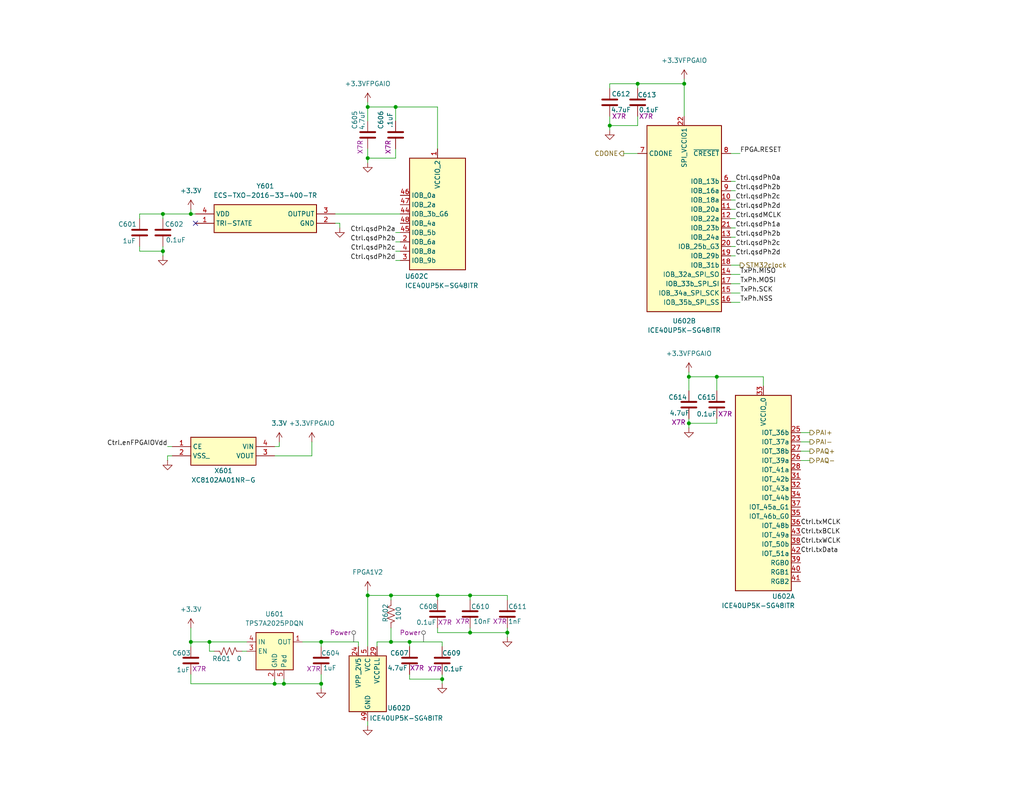
<source format=kicad_sch>
(kicad_sch (version 20250114) (generator "eeschema") (generator_version "9.0")
  (paper "USLetter")
  (title_block (title "FPGA") (date "2025-10-13") (company "WB7NAB") (comment 1 "Alan Mimms"))
  (lib_symbols
    (symbol "Device:C" (pin_numbers (hide yes)) (pin_names (offset 0.254))
      (property "Reference" "C" (at 0.635 2.54 0))
      (property "Value" "C" (at 0.635 -2.54 0))
      (symbol "C_0_1"
        (polyline (pts (xy -2.032 0.762) (xy 2.032 0.762)) (stroke (width 0.508)))
        (polyline (pts (xy -2.032 -0.762) (xy 2.032 -0.762)) (stroke (width 0.508)))
      )
      (symbol "C_1_1"
        (pin passive line (at 0 3.81 270) (length 2.794) (name "~") (number "1"))
        (pin passive line (at 0 -3.81 90) (length 2.794) (name "~") (number "2"))
      )
    )
    (symbol "Device:R_US" (pin_numbers (hide yes)) (pin_names (offset 0))
      (property "Reference" "R" (at 2.54 0 90))
      (property "Value" "R_US" (at -2.54 0 90))
      (symbol "R_US_0_1"
        (polyline (pts (xy 0 2.286) (xy 0 2.54)))
        (polyline (pts (xy 0 2.286) (xy 1.016 1.905) (xy 0 1.524) (xy -1.016 1.143) (xy 0 0.762)))
        (polyline (pts (xy 0 0.762) (xy 1.016 0.381) (xy 0 0) (xy -1.016 -0.381) (xy 0 -0.762)))
        (polyline (pts (xy 0 -0.762) (xy 1.016 -1.143) (xy 0 -1.524) (xy -1.016 -1.905) (xy 0 -2.286)))
        (polyline (pts (xy 0 -2.286) (xy 0 -2.54)))
      )
      (symbol "R_US_1_1"
        (pin passive line (at 0 3.81 270) (length 1.27) (name "~") (number "1"))
        (pin passive line (at 0 -3.81 90) (length 1.27) (name "~") (number "2"))
      )
    )
    (symbol "ECS-TXO-2016-33-400-TR:ECS-TXO-2016-33-400-TR"
      (property "Reference" "Y" (at 34.29 7.62 0))
      (property "Value" "ECS-TXO-2016-33-400-TR" (at 34.29 5.08 0))
      (symbol "ECS-TXO-2016-33-400-TR_1_1"
        (rectangle (start 5.08 2.54) (end 33.02 -5.08) (stroke (width 0.254)) (fill (type background)))
        (pin passive line (at 0 0 0) (length 5.08) (name "VDD") (number "4"))
        (pin passive line (at 0 -2.54 0) (length 5.08) (name "TRI-STATE") (number "1"))
        (pin passive line (at 38.1 0 180) (length 5.08) (name "OUTPUT") (number "3"))
        (pin passive line (at 38.1 -2.54 180) (length 5.08) (name "GND") (number "2"))
      )
    )
    (symbol "FPGA_Lattice:ICE40UP5K-SG48ITR"
      (property "Reference" "U" (at -8.89 -29.21 0))
      (property "Value" "ICE40UP5K-SG48ITR" (at 0 -31.75 0))
      (symbol "ICE40UP5K-SG48ITR_1_1"
        (rectangle (start -7.62 25.4) (end 7.62 -27.94) (stroke (width 0.254)) (fill (type background)))
        (pin bidirectional line (at -10.16 15.24 0) (length 2.54) (name "IOT_36b") (number "25"))
        (pin bidirectional line (at -10.16 12.7 0) (length 2.54) (name "IOT_37a") (number "23"))
        (pin bidirectional line (at -10.16 10.16 0) (length 2.54) (name "IOT_38b") (number "27"))
        (pin bidirectional line (at -10.16 7.62 0) (length 2.54) (name "IOT_39a") (number "26"))
        (pin bidirectional line (at -10.16 5.08 0) (length 2.54) (name "IOT_41a") (number "28"))
        (pin bidirectional line (at -10.16 2.54 0) (length 2.54) (name "IOT_42b") (number "31"))
        (pin bidirectional line (at -10.16 0 0) (length 2.54) (name "IOT_43a") (number "32"))
        (pin bidirectional line (at -10.16 -2.54 0) (length 2.54) (name "IOT_44b") (number "34"))
        (pin bidirectional line (at -10.16 -5.08 0) (length 2.54) (name "IOT_45a_G1") (number "37"))
        (pin bidirectional line (at -10.16 -7.62 0) (length 2.54) (name "IOT_46b_G0") (number "35"))
        (pin bidirectional line (at -10.16 -10.16 0) (length 2.54) (name "IOT_48b") (number "36"))
        (pin bidirectional line (at -10.16 -12.7 0) (length 2.54) (name "IOT_49a") (number "43"))
        (pin bidirectional line (at -10.16 -15.24 0) (length 2.54) (name "IOT_50b") (number "38"))
        (pin bidirectional line (at -10.16 -17.78 0) (length 2.54) (name "IOT_51a") (number "42"))
        (pin open_collector line (at -10.16 -20.32 0) (length 2.54) (name "RGB0") (number "39"))
        (pin open_collector line (at -10.16 -22.86 0) (length 2.54) (name "RGB1") (number "40"))
        (pin open_collector line (at -10.16 -25.4 0) (length 2.54) (name "RGB2") (number "41"))
        (pin power_in line (at 0 27.94 270) (length 2.54) (name "VCCIO_0") (number "33"))
      )
      (symbol "ICE40UP5K-SG48ITR_2_1"
        (rectangle (start -10.16 25.4) (end 10.16 -25.4) (stroke (width 0.254)) (fill (type background)))
        (pin input line (at -12.7 17.78 0) (length 2.54) (name "~{CRESET}") (number "8"))
        (pin bidirectional line (at -12.7 10.16 0) (length 2.54) (name "IOB_13b") (number "6"))
        (pin bidirectional line (at -12.7 7.62 0) (length 2.54) (name "IOB_16a") (number "9"))
        (pin bidirectional line (at -12.7 5.08 0) (length 2.54) (name "IOB_18a") (number "10"))
        (pin bidirectional line (at -12.7 2.54 0) (length 2.54) (name "IOB_20a") (number "11"))
        (pin bidirectional line (at -12.7 0 0) (length 2.54) (name "IOB_22a") (number "12"))
        (pin bidirectional line (at -12.7 -2.54 0) (length 2.54) (name "IOB_23b") (number "21"))
        (pin bidirectional line (at -12.7 -5.08 0) (length 2.54) (name "IOB_24a") (number "13"))
        (pin bidirectional line (at -12.7 -7.62 0) (length 2.54) (name "IOB_25b_G3") (number "20"))
        (pin bidirectional line (at -12.7 -10.16 0) (length 2.54) (name "IOB_29b") (number "19"))
        (pin bidirectional line (at -12.7 -12.7 0) (length 2.54) (name "IOB_31b") (number "18"))
        (pin bidirectional line (at -12.7 -15.24 0) (length 2.54) (name "IOB_32a_SPI_SO") (number "14"))
        (pin bidirectional line (at -12.7 -17.78 0) (length 2.54) (name "IOB_33b_SPI_SI") (number "17"))
        (pin bidirectional line (at -12.7 -20.32 0) (length 2.54) (name "IOB_34a_SPI_SCK") (number "15"))
        (pin bidirectional line (at -12.7 -22.86 0) (length 2.54) (name "IOB_35b_SPI_SS") (number "16"))
        (pin power_in line (at 0 27.94 270) (length 2.54) (name "SPI_VCCIO1") (number "22"))
        (pin open_collector line (at 12.7 17.78 180) (length 2.54) (name "CDONE") (number "7"))
      )
      (symbol "ICE40UP5K-SG48ITR_3_1"
        (rectangle (start -7.62 15.24) (end 7.62 -15.24) (stroke (width 0.254)) (fill (type background)))
        (pin bidirectional line (at -10.16 5.08 0) (length 2.54) (name "IOB_0a") (number "46"))
        (pin bidirectional line (at -10.16 2.54 0) (length 2.54) (name "IOB_2a") (number "47"))
        (pin bidirectional line (at -10.16 0 0) (length 2.54) (name "IOB_3b_G6") (number "44"))
        (pin bidirectional line (at -10.16 -2.54 0) (length 2.54) (name "IOB_4a") (number "48"))
        (pin bidirectional line (at -10.16 -5.08 0) (length 2.54) (name "IOB_5b") (number "45"))
        (pin bidirectional line (at -10.16 -7.62 0) (length 2.54) (name "IOB_6a") (number "2"))
        (pin bidirectional line (at -10.16 -10.16 0) (length 2.54) (name "IOB_8a") (number "4"))
        (pin bidirectional line (at -10.16 -12.7 0) (length 2.54) (name "IOB_9b") (number "3"))
        (pin power_in line (at 0 17.78 270) (length 2.54) (name "VCCIO_2") (number "1"))
      )
      (symbol "ICE40UP5K-SG48ITR_4_1"
        (rectangle (start -5.08 7.62) (end 5.08 -7.62) (stroke (width 0.254)) (fill (type background)))
        (pin power_in line (at -2.54 10.16 270) (length 2.54) (name "VPP_2V5") (number "24"))
        (pin passive line (at 0 10.16 270) (length 2.54) (hide yes) (name "VCC") (number "30"))
        (pin power_in line (at 0 10.16 270) (length 2.54) (name "VCC") (number "5"))
        (pin power_in line (at 0 -10.16 90) (length 2.54) (name "GND") (number "49"))
        (pin power_out line (at 2.54 10.16 270) (length 2.54) (name "VCCPLL") (number "29"))
      )
    )
    (symbol "Regulator_Linear:TPS7A20xxxDQN"
      (property "Reference" "U" (at -3.81 6.35 0))
      (property "Value" "TPS7A20xxxDQN" (at 6.35 6.35 0))
      (symbol "TPS7A20xxxDQN_0_1"
        (rectangle (start -5.08 5.08) (end 5.08 -5.08) (stroke (width 0.254)) (fill (type background)))
        (pin power_in line (at -7.62 2.54 0) (length 2.54) (name "IN") (number "4"))
        (pin input line (at -7.62 0 0) (length 2.54) (name "EN") (number "3"))
        (pin power_in line (at 0 -7.62 90) (length 2.54) (name "GND") (number "2"))
        (pin power_out line (at 7.62 2.54 180) (length 2.54) (name "OUT") (number "1"))
      )
      (symbol "TPS7A20xxxDQN_1_1"
        (pin passive line (at 2.54 -7.62 90) (length 2.54) (name "Pad") (number "5"))
      )
    )
    (symbol "XC8102AA01NR-G:XC8102AA01NR-G"
      (property "Reference" "IC" (at 24.13 7.62 0))
      (property "Value" "XC8102AA01NR-G" (at 24.13 5.08 0))
      (symbol "XC8102AA01NR-G_1_1"
        (rectangle (start 5.08 2.54) (end 22.86 -5.08) (stroke (width 0.254)) (fill (type background)))
        (pin passive line (at 0 0 0) (length 5.08) (name "CE") (number "1"))
        (pin passive line (at 0 -2.54 0) (length 5.08) (name "VSS_") (number "2"))
        (pin passive line (at 27.94 0 180) (length 5.08) (name "VIN") (number "4"))
        (pin passive line (at 27.94 -2.54 180) (length 5.08) (name "VOUT") (number "3"))
      )
    )
    (symbol "power:+3.3V" (power) (pin_numbers (hide yes)) (pin_names (offset 0) (hide yes))
      (property "Value" "+3.3V" (at 0 3.556 0))
      (symbol "+3.3V_0_1"
        (polyline (pts (xy -0.762 1.27) (xy 0 2.54)))
        (polyline (pts (xy 0 2.54) (xy 0.762 1.27)))
        (polyline (pts (xy 0 0) (xy 0 2.54)))
      )
      (symbol "+3.3V_1_1"
        (pin power_in line (at 0 0 90) (length 0) (name "~") (number "1"))
      )
    )
    (symbol "power:GND" (power) (pin_numbers (hide yes)) (pin_names (offset 0) (hide yes))
      (property "Value" "GND" (at 0 -3.81 0))
      (symbol "GND_0_1"
        (polyline (pts (xy 0 0) (xy 0 -1.27) (xy 1.27 -1.27) (xy 0 -2.54) (xy -1.27 -1.27) (xy 0 -1.27)))
      )
      (symbol "GND_1_1"
        (pin power_in line (at 0 0 270) (length 0) (name "~") (number "1"))
      )
    )
    (symbol "power:VDD" (power) (pin_numbers (hide yes)) (pin_names (offset 0) (hide yes))
      (property "Value" "VDD" (at 0 3.556 0))
      (symbol "VDD_0_1"
        (polyline (pts (xy -0.762 1.27) (xy 0 2.54)))
        (polyline (pts (xy 0 2.54) (xy 0.762 1.27)))
        (polyline (pts (xy 0 0) (xy 0 2.54)))
      )
      (symbol "VDD_1_1"
        (pin power_in line (at 0 0 90) (length 0) (name "~") (number "1"))
      )
    )
  )
  (junction (at 107.95 29.21))
  (junction (at 52.07 175.26))
  (junction (at 187.96 102.87))
  (junction (at 186.69 22.86))
  (junction (at 44.45 58.42))
  (junction (at 52.07 58.42))
  (junction (at 74.93 186.69))
  (junction (at 100.33 29.21))
  (junction (at 100.33 43.18))
  (junction (at 173.99 22.86))
  (junction (at 100.33 162.56))
  (junction (at 106.68 162.56))
  (junction (at 166.37 34.29))
  (junction (at 195.58 102.87))
  (junction (at 187.96 115.57))
  (junction (at 128.27 162.56))
  (junction (at 106.68 175.26))
  (junction (at 87.63 186.69))
  (junction (at 128.27 172.72))
  (junction (at 87.63 175.26))
  (junction (at 120.65 185.42))
  (junction (at 111.76 175.26))
  (junction (at 57.15 175.26))
  (junction (at 77.47 186.69))
  (junction (at 138.43 172.72))
  (junction (at 44.45 68.58))
  (junction (at 119.38 162.56))
  (no_connect (at 53.34 60.96))
  (wire (pts (xy 52.07 176.53) (xy 52.07 175.26)))
  (wire (pts (xy 111.76 184.15) (xy 111.76 185.42)))
  (wire (pts (xy 200.66 57.15) (xy 199.39 57.15)))
  (wire (pts (xy 187.96 101.6) (xy 187.96 102.87)))
  (wire (pts (xy 187.96 102.87) (xy 195.58 102.87)))
  (wire (pts (xy 38.1 58.42) (xy 44.45 58.42)))
  (wire (pts (xy 128.27 162.56) (xy 119.38 162.56)))
  (wire (pts (xy 187.96 114.3) (xy 187.96 115.57)))
  (wire (pts (xy 45.72 121.92) (xy 46.99 121.92)))
  (wire (pts (xy 201.93 82.55) (xy 199.39 82.55)))
  (wire (pts (xy 45.72 124.46) (xy 46.99 124.46)))
  (wire (pts (xy 91.44 60.96) (xy 92.71 60.96)))
  (wire (pts (xy 100.33 29.21) (xy 107.95 29.21)))
  (wire (pts (xy 52.07 58.42) (xy 52.07 57.15)))
  (wire (pts (xy 208.28 102.87) (xy 208.28 105.41)))
  (wire (pts (xy 82.55 175.26) (xy 87.63 175.26)))
  (wire (pts (xy 111.76 176.53) (xy 111.76 175.26)))
  (wire (pts (xy 128.27 172.72) (xy 119.38 172.72)))
  (wire (pts (xy 100.33 43.18) (xy 107.95 43.18)))
  (wire (pts (xy 38.1 67.31) (xy 38.1 68.58)))
  (wire (pts (xy 138.43 163.83) (xy 138.43 162.56)))
  (wire (pts (xy 44.45 68.58) (xy 44.45 69.85)))
  (wire (pts (xy 199.39 59.69) (xy 200.66 59.69)))
  (wire (pts (xy 100.33 27.94) (xy 100.33 29.21)))
  (wire (pts (xy 166.37 34.29) (xy 173.99 34.29)))
  (wire (pts (xy 200.66 64.77) (xy 199.39 64.77)))
  (wire (pts (xy 201.93 80.01) (xy 199.39 80.01)))
  (wire (pts (xy 111.76 175.26) (xy 120.65 175.26)))
  (wire (pts (xy 138.43 172.72) (xy 128.27 172.72)))
  (wire (pts (xy 173.99 31.75) (xy 173.99 34.29)))
  (wire (pts (xy 187.96 115.57) (xy 187.96 116.84)))
  (wire (pts (xy 106.68 175.26) (xy 111.76 175.26)))
  (wire (pts (xy 186.69 21.59) (xy 186.69 22.86)))
  (wire (pts (xy 120.65 185.42) (xy 111.76 185.42)))
  (wire (pts (xy 166.37 34.29) (xy 166.37 35.56)))
  (wire (pts (xy 44.45 58.42) (xy 52.07 58.42)))
  (wire (pts (xy 195.58 102.87) (xy 208.28 102.87)))
  (wire (pts (xy 119.38 171.45) (xy 119.38 172.72)))
  (wire (pts (xy 107.95 29.21) (xy 107.95 33.02)))
  (wire (pts (xy 218.44 120.65) (xy 220.98 120.65)))
  (wire (pts (xy 128.27 171.45) (xy 128.27 172.72)))
  (wire (pts (xy 87.63 186.69) (xy 87.63 187.96)))
  (wire (pts (xy 85.09 120.65) (xy 85.09 124.46)))
  (wire (pts (xy 119.38 163.83) (xy 119.38 162.56)))
  (wire (pts (xy 76.2 121.92) (xy 76.2 120.65)))
  (wire (pts (xy 102.87 175.26) (xy 106.68 175.26)))
  (wire (pts (xy 74.93 185.42) (xy 74.93 186.69)))
  (wire (pts (xy 128.27 163.83) (xy 128.27 162.56)))
  (wire (pts (xy 218.44 125.73) (xy 220.98 125.73)))
  (wire (pts (xy 106.68 171.45) (xy 106.68 175.26)))
  (wire (pts (xy 91.44 58.42) (xy 109.22 58.42)))
  (wire (pts (xy 200.66 69.85) (xy 199.39 69.85)))
  (wire (pts (xy 100.33 161.29) (xy 100.33 162.56)))
  (wire (pts (xy 187.96 106.68) (xy 187.96 102.87)))
  (wire (pts (xy 52.07 58.42) (xy 53.34 58.42)))
  (wire (pts (xy 186.69 22.86) (xy 186.69 31.75)))
  (wire (pts (xy 195.58 102.87) (xy 195.58 106.68)))
  (wire (pts (xy 97.79 175.26) (xy 97.79 176.53)))
  (wire (pts (xy 200.66 54.61) (xy 199.39 54.61)))
  (wire (pts (xy 201.93 74.93) (xy 199.39 74.93)))
  (wire (pts (xy 195.58 114.3) (xy 195.58 115.57)))
  (wire (pts (xy 45.72 125.73) (xy 45.72 124.46)))
  (wire (pts (xy 100.33 196.85) (xy 100.33 198.12)))
  (wire (pts (xy 85.09 124.46) (xy 74.93 124.46)))
  (wire (pts (xy 77.47 185.42) (xy 77.47 186.69)))
  (wire (pts (xy 119.38 29.21) (xy 119.38 40.64)))
  (wire (pts (xy 218.44 118.11) (xy 220.98 118.11)))
  (wire (pts (xy 44.45 67.31) (xy 44.45 68.58)))
  (wire (pts (xy 201.93 77.47) (xy 199.39 77.47)))
  (wire (pts (xy 107.95 71.12) (xy 109.22 71.12)))
  (wire (pts (xy 173.99 22.86) (xy 173.99 24.13)))
  (wire (pts (xy 87.63 175.26) (xy 87.63 176.53)))
  (wire (pts (xy 107.95 66.04) (xy 109.22 66.04)))
  (wire (pts (xy 218.44 123.19) (xy 220.98 123.19)))
  (wire (pts (xy 92.71 60.96) (xy 92.71 62.23)))
  (wire (pts (xy 187.96 115.57) (xy 195.58 115.57)))
  (wire (pts (xy 52.07 186.69) (xy 74.93 186.69)))
  (wire (pts (xy 107.95 63.5) (xy 109.22 63.5)))
  (wire (pts (xy 58.42 177.8) (xy 57.15 177.8)))
  (wire (pts (xy 170.18 41.91) (xy 173.99 41.91)))
  (wire (pts (xy 166.37 31.75) (xy 166.37 34.29)))
  (wire (pts (xy 74.93 186.69) (xy 77.47 186.69)))
  (wire (pts (xy 102.87 175.26) (xy 102.87 176.53)))
  (wire (pts (xy 100.33 40.64) (xy 100.33 43.18)))
  (wire (pts (xy 100.33 162.56) (xy 100.33 176.53)))
  (wire (pts (xy 200.66 67.31) (xy 199.39 67.31)))
  (wire (pts (xy 107.95 68.58) (xy 109.22 68.58)))
  (wire (pts (xy 57.15 175.26) (xy 57.15 177.8)))
  (wire (pts (xy 120.65 185.42) (xy 120.65 186.69)))
  (wire (pts (xy 106.68 162.56) (xy 119.38 162.56)))
  (wire (pts (xy 166.37 22.86) (xy 166.37 24.13)))
  (wire (pts (xy 52.07 171.45) (xy 52.07 175.26)))
  (wire (pts (xy 87.63 175.26) (xy 97.79 175.26)))
  (wire (pts (xy 119.38 29.21) (xy 107.95 29.21)))
  (wire (pts (xy 186.69 22.86) (xy 173.99 22.86)))
  (wire (pts (xy 138.43 171.45) (xy 138.43 172.72)))
  (wire (pts (xy 166.37 22.86) (xy 173.99 22.86)))
  (wire (pts (xy 66.04 177.8) (xy 67.31 177.8)))
  (wire (pts (xy 87.63 184.15) (xy 87.63 186.69)))
  (wire (pts (xy 52.07 175.26) (xy 57.15 175.26)))
  (wire (pts (xy 74.93 121.92) (xy 76.2 121.92)))
  (wire (pts (xy 100.33 162.56) (xy 106.68 162.56)))
  (wire (pts (xy 200.66 62.23) (xy 199.39 62.23)))
  (wire (pts (xy 200.66 52.07) (xy 199.39 52.07)))
  (wire (pts (xy 77.47 186.69) (xy 87.63 186.69)))
  (wire (pts (xy 38.1 59.69) (xy 38.1 58.42)))
  (wire (pts (xy 52.07 186.69) (xy 52.07 184.15)))
  (wire (pts (xy 44.45 58.42) (xy 44.45 59.69)))
  (wire (pts (xy 100.33 43.18) (xy 100.33 44.45)))
  (wire (pts (xy 201.93 41.91) (xy 199.39 41.91)))
  (wire (pts (xy 138.43 172.72) (xy 138.43 173.99)))
  (wire (pts (xy 57.15 175.26) (xy 67.31 175.26)))
  (wire (pts (xy 38.1 68.58) (xy 44.45 68.58)))
  (wire (pts (xy 120.65 184.15) (xy 120.65 185.42)))
  (wire (pts (xy 200.66 49.53) (xy 199.39 49.53)))
  (wire (pts (xy 106.68 162.56) (xy 106.68 163.83)))
  (wire (pts (xy 138.43 162.56) (xy 128.27 162.56)))
  (wire (pts (xy 107.95 40.64) (xy 107.95 43.18)))
  (wire (pts (xy 199.39 72.39) (xy 201.93 72.39)))
  (wire (pts (xy 120.65 176.53) (xy 120.65 175.26)))
  (wire (pts (xy 100.33 33.02) (xy 100.33 29.21)))
  (label "Ctrl.qsdPh2d" (at 200.66 57.15 0))
  (label "Ctrl.qsdPh2d" (at 107.95 71.12 180))
  (label "Ctrl.qsdPh2b" (at 107.95 66.04 180))
  (label "Ctrl.qsdPh2c" (at 200.66 54.61 0))
  (label "Ctrl.txMCLK" (at 218.44 143.51 0))
  (label "Ctrl.qsdPh2a" (at 107.95 63.5 180))
  (label "TxPh.SCK" (at 201.93 80.01 0))
  (label "Ctrl.qsdPh2c" (at 200.66 67.31 0))
  (label "Ctrl.qsdPh2b" (at 200.66 64.77 0))
  (label "Ctrl.txWCLK" (at 218.44 148.59 0))
  (label "Ctrl.qsdPh2d" (at 200.66 69.85 0))
  (label "Ctrl.qsdPh1a" (at 200.66 62.23 0))
  (label "Ctrl.qsdPh2c" (at 107.95 68.58 180))
  (label "Ctrl.txBCLK" (at 218.44 146.05 0))
  (label "Ctrl.qsdPh0a" (at 200.66 49.53 0))
  (label "FPGA.RESET" (at 201.93 41.91 0))
  (label "TxPh.MISO" (at 201.93 74.93 0))
  (label "Ctrl.qsdMCLK" (at 200.66 59.69 0))
  (label "Ctrl.enFPGAIOVdd" (at 45.72 121.92 180))
  (label "Ctrl.txData" (at 218.44 151.13 0))
  (label "Ctrl.qsdPh2b" (at 200.66 52.07 0))
  (label "TxPh.MOSI" (at 201.93 77.47 0))
  (label "TxPh.NSS" (at 201.93 82.55 0))
  (hierarchical_label "PAI+" (shape output) (at 220.98 118.11 0))
  (hierarchical_label "STM32clock" (shape output) (at 201.93 72.39 0))
  (hierarchical_label "PAI-" (shape output) (at 220.98 120.65 0))
  (hierarchical_label "PAQ+" (shape output) (at 220.98 123.19 0))
  (hierarchical_label "CDONE" (shape output) (at 170.18 41.91 180))
  (hierarchical_label "PAQ-" (shape output) (at 220.98 125.73 0))
  (netclass_flag "" (length 2.54) (shape round) (at 115.57 175.26 0) (property "Netclass" "Power" (at 114.8715 172.72 0) (effects (justify right))))
  (netclass_flag "" (length 2.54) (shape round) (at 96.52 175.26 0) (property "Netclass" "Power" (at 95.8215 172.72 0) (effects (justify right))))
  (symbol (lib_id "power:GND") (at 45.72 125.73 0) (unit 1)
    (property "Reference" "#PWR0602" (effects (hide yes)))
    (property "Value" "GND" (effects (hide yes)))
    (property "Description" "Power symbol creates a global label with name \"GND\" , ground" (effects (hide yes)))
  )
  (symbol (lib_id "power:GND") (at 44.45 69.85 0) (unit 1)
    (property "Reference" "#PWR0601" (effects (hide yes)))
    (property "Value" "GND" (effects (hide yes)))
    (property "Description" "Power symbol creates a global label with name \"GND\" , ground" (effects (hide yes)))
  )
  (symbol (lib_id "power:+3.3V") (at 187.96 101.6 0) (unit 1)
    (property "Reference" "#PWR0617" (effects (hide yes)))
    (property "Value" "+3.3VFPGAIO" (at 187.96 96.52 0))
    (property "Description" "Power symbol creates a global label with name \"+3.3VFPGAIO\"" (effects (hide yes)))
  )
  (symbol (lib_id "Device:C") (at 38.1 63.5 0) (unit 1)
    (property "Reference" "C601" (at 37.338 61.214 0) (effects (justify right)))
    (property "Value" "1uF" (at 37.084 65.786 0) (effects (justify right)))
    (property "Footprint" "Capacitor_SMD:C_0805_2012Metric" (effects (hide yes)))
    (property "Description" "Unpolarized capacitor" (effects (hide yes)))
  )
  (symbol (lib_id "Device:C") (at 107.95 36.83 0) (mirror y) (unit 1)
    (property "Reference" "C606" (at 103.886 32.766 90))
    (property "Value" ".1uF" (at 106.426 32.766 90))
    (property "Footprint" "Capacitor_SMD:C_0805_2012Metric" (effects (hide yes)))
    (property "Description" "Unpolarized capacitor" (effects (hide yes)))
    (property "cap-type" "X7R" (at 105.918 40.132 90))
  )
  (symbol (lib_id "FPGA_Lattice:ICE40UP5K-SG48ITR") (at 119.38 58.42 0) (unit 3)
    (property "Reference" "U602" (at 110.49 75.438 0) (effects (justify left)))
    (property "Value" "ICE40UP5K-SG48ITR" (at 110.49 77.978 0) (effects (justify left)))
    (property "Footprint" "Package_DFN_QFN:QFN-48-1EP_7x7mm_P0.5mm_EP5.6x5.6mm" (effects (hide yes)))
    (property "Datasheet" "http://www.latticesemi.com/Products/FPGAandCPLD/iCE40Ultra" (effects (hide yes)))
    (property "Description" "iCE40 UltraPlus FPGA, 5280 LUTs, 1.2V, 48-pin QFN" (effects (hide yes)))
  )
  (symbol (lib_id "FPGA_Lattice:ICE40UP5K-SG48ITR") (at 186.69 59.69 0) (mirror y) (unit 2)
    (property "Reference" "U602" (at 186.69 87.63 0))
    (property "Value" "ICE40UP5K-SG48ITR" (at 186.69 90.17 0))
    (property "Footprint" "Package_DFN_QFN:QFN-48-1EP_7x7mm_P0.5mm_EP5.6x5.6mm" (effects (hide yes)))
    (property "Datasheet" "http://www.latticesemi.com/Products/FPGAandCPLD/iCE40Ultra" (effects (hide yes)))
    (property "Description" "iCE40 UltraPlus FPGA, 5280 LUTs, 1.2V, 48-pin QFN" (effects (hide yes)))
  )
  (symbol (lib_id "XC8102AA01NR-G:XC8102AA01NR-G") (at 46.99 121.92 0) (unit 1)
    (property "Reference" "X601" (at 60.96 128.524 0))
    (property "Value" "XC8102AA01NR-G" (at 60.96 131.064 0))
    (property "Footprint" "Library:XC8102AA01NRG" (effects (hide yes)))
    (property "Datasheet" "https://product.torexsemi.com/system/files/series/xc8102.pdf" (effects (hide yes)))
    (property "Description" "Power Switch ICs - Power Distribution 200mA Loard Switch with CL Discharge Built-in" (effects (hide yes)))
    (property "Height" "1.1" (effects (hide yes)))
    (property "Mouser Part Number" "865-XC8102AA01NR-G" (effects (hide yes)))
    (property "Mouser Price/Stock" "https://www.mouser.co.uk/ProductDetail/Torex-Semiconductor/XC8102AA01NR-G?qs=AsjdqWjXhJ8PvrdQpTGz%252BQ%3D%3D" (effects (hide yes)))
    (property "Manufacturer_Name" "Torex" (effects (hide yes)))
    (property "Manufacturer_Part_Number" "XC8102AA01NR-G" (effects (hide yes)))
  )
  (symbol (lib_id "power:GND") (at 100.33 198.12 0) (unit 1)
    (property "Reference" "#PWR0612" (effects (hide yes)))
    (property "Value" "GND" (effects (hide yes)))
    (property "Description" "Power symbol creates a global label with name \"GND\" , ground" (effects (hide yes)))
  )
  (symbol (lib_id "power:GND") (at 87.63 187.96 0) (unit 1)
    (property "Reference" "#PWR0607" (effects (hide yes)))
    (property "Value" "GND" (effects (hide yes)))
    (property "Description" "Power symbol creates a global label with name \"GND\" , ground" (effects (hide yes)))
  )
  (symbol (lib_id "Device:C") (at 87.63 180.34 0) (unit 1)
    (property "Reference" "C604" (at 87.63 178.308 0) (effects (justify left)))
    (property "Value" "1uF" (at 88.138 182.372 0) (effects (justify left)))
    (property "Footprint" "Capacitor_SMD:C_0805_2012Metric" (effects (hide yes)))
    (property "Description" "Unpolarized capacitor" (effects (hide yes)))
    (property "cap-type" "X7R" (at 85.598 182.626 0))
  )
  (symbol (lib_id "Device:C") (at 173.99 27.94 0) (mirror y) (unit 1)
    (property "Reference" "C613" (at 176.53 25.908 0))
    (property "Value" "0.1uF" (at 177.038 29.972 0))
    (property "Footprint" "Capacitor_SMD:C_0805_2012Metric" (effects (hide yes)))
    (property "Description" "Unpolarized capacitor" (effects (hide yes)))
    (property "cap-type" "X7R" (at 176.276 31.75 0))
  )
  (symbol (lib_id "power:GND") (at 187.96 116.84 0) (unit 1)
    (property "Reference" "#PWR0618" (effects (hide yes)))
    (property "Value" "GND" (effects (hide yes)))
    (property "Description" "Power symbol creates a global label with name \"GND\" , ground" (effects (hide yes)))
  )
  (symbol (lib_id "power:+3.3V") (at 186.69 21.59 0) (unit 1)
    (property "Reference" "#PWR0616" (effects (hide yes)))
    (property "Value" "+3.3VFPGAIO" (at 186.69 16.51 0))
    (property "Description" "Power symbol creates a global label with name \"+3.3VFPGAIO\"" (effects (hide yes)))
  )
  (symbol (lib_id "Device:C") (at 100.33 36.83 0) (mirror y) (unit 1)
    (property "Reference" "C605" (at 96.774 32.766 90))
    (property "Value" "4.7uF" (at 98.806 32.766 90))
    (property "Footprint" "Capacitor_SMD:C_0805_2012Metric" (effects (hide yes)))
    (property "Description" "Unpolarized capacitor" (effects (hide yes)))
    (property "cap-type" "X7R" (at 98.298 40.132 90))
  )
  (symbol (lib_id "power:+3.3V") (at 52.07 171.45 0) (unit 1)
    (property "Reference" "#PWR0604" (effects (hide yes)))
    (property "Value" "+3.3V" (at 52.07 166.37 0))
    (property "Description" "Power symbol creates a global label with name \"+3.3V\"" (effects (hide yes)))
  )
  (symbol (lib_id "FPGA_Lattice:ICE40UP5K-SG48ITR") (at 208.28 133.35 0) (mirror y) (unit 1)
    (property "Reference" "U602" (at 216.916 162.814 0) (effects (justify left)))
    (property "Value" "ICE40UP5K-SG48ITR" (at 216.916 165.354 0) (effects (justify left)))
    (property "Footprint" "Package_DFN_QFN:QFN-48-1EP_7x7mm_P0.5mm_EP5.6x5.6mm" (effects (hide yes)))
    (property "Datasheet" "http://www.latticesemi.com/Products/FPGAandCPLD/iCE40Ultra" (effects (hide yes)))
    (property "Description" "iCE40 UltraPlus FPGA, 5280 LUTs, 1.2V, 48-pin QFN" (effects (hide yes)))
  )
  (symbol (lib_id "Device:C") (at 120.65 180.34 0) (mirror x) (unit 1)
    (property "Reference" "C609" (at 123.19 178.308 0))
    (property "Value" "0.1uF" (at 123.698 182.626 0))
    (property "Footprint" "Capacitor_SMD:C_0805_2012Metric" (effects (hide yes)))
    (property "Description" "Unpolarized capacitor" (effects (hide yes)))
    (property "cap-type" "X7R" (at 118.618 182.626 0))
  )
  (symbol (lib_id "power:GND") (at 138.43 173.99 0) (unit 1)
    (property "Reference" "#PWR0614" (effects (hide yes)))
    (property "Value" "GND" (effects (hide yes)))
    (property "Description" "Power symbol creates a global label with name \"GND\" , ground" (effects (hide yes)))
  )
  (symbol (lib_id "ECS-TXO-2016-33-400-TR:ECS-TXO-2016-33-400-TR") (at 53.34 58.42 0) (unit 1)
    (property "Reference" "Y601" (at 72.39 50.8 0))
    (property "Value" "ECS-TXO-2016-33-400-TR" (at 72.39 53.34 0))
    (property "Footprint" "Library:ECSTXO201633400TR" (effects (hide yes)))
    (property "Datasheet" "https://datasheet.datasheetarchive.com/originals/distributors/Datasheets_SAMA/fdc451124f6f80954f29114af1256858.pdf" (effects (hide yes)))
    (property "Description" "TCXO Oscillators 40MHz 3.3V 2.5ppm -40C +85C" (effects (hide yes)))
    (property "Height" "0.8" (effects (hide yes)))
    (property "Mouser Part Number" "520-TXO-2016-33-400T" (effects (hide yes)))
    (property "Mouser Price/Stock" "https://www.mouser.co.uk/ProductDetail/ECS/ECS-TXO-2016-33-400-TR?qs=PzGy0jfpSMtctR53CPxRHg%3D%3D" (effects (hide yes)))
    (property "Manufacturer_Name" "ECS" (effects (hide yes)))
    (property "Manufacturer_Part_Number" "ECS-TXO-2016-33-400-TR" (effects (hide yes)))
  )
  (symbol (lib_id "Device:C") (at 187.96 110.49 0) (mirror y) (unit 1)
    (property "Reference" "C614" (at 184.912 108.458 0))
    (property "Value" "4.7uF" (at 185.42 112.776 0))
    (property "Footprint" "Capacitor_SMD:C_0805_2012Metric" (effects (hide yes)))
    (property "Description" "Unpolarized capacitor" (effects (hide yes)))
    (property "cap-type" "X7R" (at 185.166 115.316 0))
  )
  (symbol (lib_id "power:GND") (at 120.65 186.69 0) (mirror y) (unit 1)
    (property "Reference" "#PWR0613" (effects (hide yes)))
    (property "Value" "GND" (effects (hide yes)))
    (property "Description" "Power symbol creates a global label with name \"GND\" , ground" (effects (hide yes)))
  )
  (symbol (lib_id "Device:C") (at 111.76 180.34 180) (unit 1)
    (property "Reference" "C607" (at 108.966 178.308 0))
    (property "Value" "4.7uF" (at 108.458 182.372 0))
    (property "Footprint" "Capacitor_SMD:C_0805_2012Metric" (effects (hide yes)))
    (property "Description" "Unpolarized capacitor" (effects (hide yes)))
    (property "cap-type" "X7R" (at 113.792 182.372 0))
  )
  (symbol (lib_id "Device:C") (at 119.38 167.64 180) (unit 1)
    (property "Reference" "C608" (at 116.84 165.608 0))
    (property "Value" "0.1uF" (at 116.332 169.926 0))
    (property "Footprint" "Capacitor_SMD:C_0805_2012Metric" (effects (hide yes)))
    (property "Description" "Unpolarized capacitor" (effects (hide yes)))
    (property "cap-type" "X7R" (at 121.412 169.926 0))
  )
  (symbol (lib_id "power:+3.3V") (at 52.07 57.15 0) (unit 1)
    (property "Reference" "#PWR0603" (effects (hide yes)))
    (property "Value" "+3.3V" (at 52.07 52.07 0))
    (property "Description" "Power symbol creates a global label with name \"+3.3V\"" (effects (hide yes)))
  )
  (symbol (lib_id "power:+3.3V") (at 85.09 120.65 0) (unit 1)
    (property "Reference" "#PWR0606" (effects (hide yes)))
    (property "Value" "+3.3VFPGAIO" (at 85.09 115.57 0))
    (property "Description" "Power symbol creates a global label with name \"+3.3VFPGAIO\"" (effects (hide yes)))
  )
  (symbol (lib_id "Device:C") (at 128.27 167.64 0) (mirror x) (unit 1)
    (property "Reference" "C610" (at 131.064 165.608 0))
    (property "Value" "10nF" (at 131.572 169.672 0))
    (property "Footprint" "Capacitor_SMD:C_0805_2012Metric" (effects (hide yes)))
    (property "Description" "Unpolarized capacitor" (effects (hide yes)))
    (property "cap-type" "X7R" (at 126.238 169.672 0))
  )
  (symbol (lib_id "Device:C") (at 195.58 110.49 0) (mirror y) (unit 1)
    (property "Reference" "C615" (at 192.786 108.458 0))
    (property "Value" "0.1uF" (at 192.786 113.03 0))
    (property "Footprint" "Capacitor_SMD:C_0805_2012Metric" (effects (hide yes)))
    (property "Description" "Unpolarized capacitor" (effects (hide yes)))
    (property "cap-type" "X7R" (at 197.866 113.03 0))
  )
  (symbol (lib_id "Device:C") (at 44.45 63.5 0) (mirror y) (unit 1)
    (property "Reference" "C602" (at 44.958 61.214 0) (effects (justify right)))
    (property "Value" "0.1uF" (at 45.212 65.532 0) (effects (justify right)))
    (property "Footprint" "Capacitor_SMD:C_0805_2012Metric" (effects (hide yes)))
    (property "Description" "Unpolarized capacitor" (effects (hide yes)))
  )
  (symbol (lib_id "Device:C") (at 52.07 180.34 0) (mirror y) (unit 1)
    (property "Reference" "C603" (at 52.07 178.308 0) (effects (justify left)))
    (property "Value" "1uF" (at 51.816 182.88 0) (effects (justify left)))
    (property "Footprint" "Capacitor_SMD:C_0805_2012Metric" (effects (hide yes)))
    (property "Description" "Unpolarized capacitor" (effects (hide yes)))
    (property "cap-type" "X7R" (at 54.356 182.626 0))
  )
  (symbol (lib_id "Regulator_Linear:TPS7A20xxxDQN") (at 74.93 177.8 0) (unit 1)
    (property "Reference" "U601" (at 74.93 167.64 0))
    (property "Value" "TPS7A2025PDQN" (at 74.93 170.18 0))
    (property "Footprint" "Package_SON:Texas_X2SON-4_1x1mm_P0.65mm" (effects (hide yes)))
    (property "Datasheet" "https://www.ti.com/lit/ds/symlink/tps7a20.pdf" (effects (hide yes)))
    (property "Description" "300 mA Low Dropout Voltage Regulator, Fixed Output, 1.6..6.0Vin, Low-Noise (7μV RMS), 6.5μA IQ LDO, X2SON-5" (effects (hide yes)))
  )
  (symbol (lib_id "power:GND") (at 92.71 62.23 0) (unit 1)
    (property "Reference" "#PWR0608" (effects (hide yes)))
    (property "Value" "GND" (effects (hide yes)))
    (property "Description" "Power symbol creates a global label with name \"GND\" , ground" (effects (hide yes)))
  )
  (symbol (lib_id "Device:R_US") (at 106.68 167.64 0) (mirror y) (unit 1)
    (property "Reference" "R602" (at 105.156 169.926 90) (effects (justify left)))
    (property "Value" "100" (at 108.712 169.418 90) (effects (justify left)))
    (property "Footprint" "Resistor_SMD:R_0603_1608Metric" (effects (hide yes)))
    (property "Description" "Resistor, US symbol" (effects (hide yes)))
  )
  (symbol (lib_id "FPGA_Lattice:ICE40UP5K-SG48ITR") (at 100.33 186.69 0) (unit 4)
    (property "Reference" "U602" (at 105.664 193.294 0) (effects (justify left)))
    (property "Value" "ICE40UP5K-SG48ITR" (at 100.838 196.088 0) (effects (justify left)))
    (property "Footprint" "Package_DFN_QFN:QFN-48-1EP_7x7mm_P0.5mm_EP5.6x5.6mm" (effects (hide yes)))
    (property "Datasheet" "http://www.latticesemi.com/Products/FPGAandCPLD/iCE40Ultra" (effects (hide yes)))
    (property "Description" "iCE40 UltraPlus FPGA, 5280 LUTs, 1.2V, 48-pin QFN" (effects (hide yes)))
  )
  (symbol (lib_id "Device:C") (at 166.37 27.94 0) (mirror y) (unit 1)
    (property "Reference" "C612" (at 169.418 25.654 0))
    (property "Value" "4.7uF" (at 169.418 29.972 0))
    (property "Footprint" "Capacitor_SMD:C_0805_2012Metric" (effects (hide yes)))
    (property "Description" "Unpolarized capacitor" (effects (hide yes)))
    (property "cap-type" "X7R" (at 168.91 31.75 0))
  )
  (symbol (lib_id "Device:R_US") (at 62.23 177.8 90) (mirror x) (unit 1)
    (property "Reference" "R601" (at 60.452 179.832 90))
    (property "Value" "0" (at 65.278 179.832 90))
    (property "Footprint" "Resistor_SMD:R_0603_1608Metric" (effects (hide yes)))
    (property "Description" "Resistor, US symbol" (effects (hide yes)))
  )
  (symbol (lib_id "power:GND") (at 100.33 44.45 0) (unit 1)
    (property "Reference" "#PWR0610" (effects (hide yes)))
    (property "Value" "GND" (effects (hide yes)))
    (property "Description" "Power symbol creates a global label with name \"GND\" , ground" (effects (hide yes)))
  )
  (symbol (lib_id "power:GND") (at 166.37 35.56 0) (unit 1)
    (property "Reference" "#PWR0615" (effects (hide yes)))
    (property "Value" "GND" (effects (hide yes)))
    (property "Description" "Power symbol creates a global label with name \"GND\" , ground" (effects (hide yes)))
  )
  (symbol (lib_id "power:+3.3V") (at 100.33 27.94 0) (unit 1)
    (property "Reference" "#PWR0609" (effects (hide yes)))
    (property "Value" "+3.3VFPGAIO" (at 100.33 22.86 0))
    (property "Description" "Power symbol creates a global label with name \"+3.3VFPGAIO\"" (effects (hide yes)))
  )
  (symbol (lib_id "power:+3.3V") (at 76.2 120.65 0) (unit 1)
    (property "Reference" "#PWR0605" (effects (hide yes)))
    (property "Value" "3.3V" (at 76.2 115.57 0))
    (property "Description" "Power symbol creates a global label with name \"+3.3V\"" (effects (hide yes)))
  )
  (symbol (lib_id "power:VDD") (at 100.33 161.29 0) (unit 1)
    (property "Reference" "#PWR0611" (effects (hide yes)))
    (property "Value" "FPGA1V2" (at 100.33 156.21 0))
    (property "Description" "Power symbol creates a global label with name \"VDD\"" (effects (hide yes)))
  )
  (symbol (lib_id "Device:C") (at 138.43 167.64 0) (mirror x) (unit 1)
    (property "Reference" "C611" (at 141.224 165.608 0))
    (property "Value" "1nF" (at 140.462 169.672 0))
    (property "Footprint" "Capacitor_SMD:C_0805_2012Metric" (effects (hide yes)))
    (property "Description" "Unpolarized capacitor" (effects (hide yes)))
    (property "cap-type" "X7R" (at 136.398 169.672 0))
  )
)
</source>
